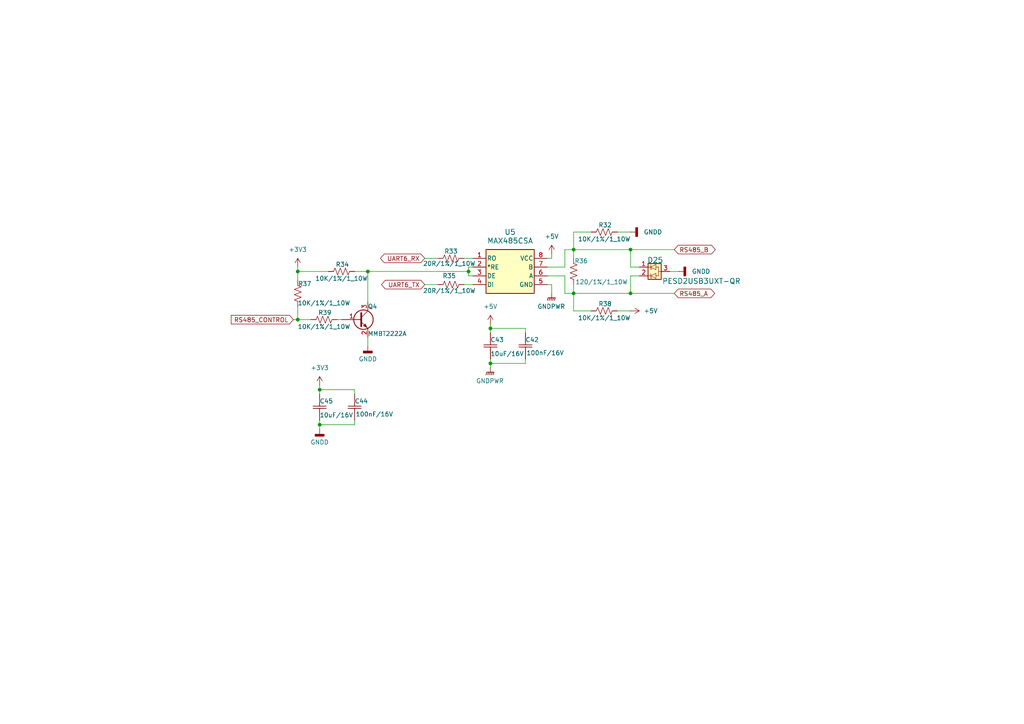
<source format=kicad_sch>
(kicad_sch (version 20231120) (generator "eeschema") (generator_version "8.0")
  (paper "A4")
  (title_block (title "SIGNAL") (date "2024-09-04"))
  (lib_symbols
    (symbol "Ceramic_Cap_SMD_100nF_16V_3" (pin_numbers hide) (pin_names hide)
      (property "Reference" "C" (at 1.016 2.794 0))
      (property "Value" "100nF/16V" (at 0.254 5.334 0))
      (symbol "Ceramic_Cap_SMD_100nF_16V_3_1_1"
        (polyline (pts (xy 1.27 0) (xy 2.2098 0)) (stroke (width 0.2032)))
        (polyline (pts (xy 2.2098 -1.905) (xy 2.2098 1.905)) (stroke (width 0.2032)))
        (polyline (pts (xy 2.8448 -1.905) (xy 2.8448 1.905)) (stroke (width 0.2032)))
        (polyline (pts (xy 2.8448 0) (xy 3.81 0)) (stroke (width 0.2032)))
        (pin unspecified line (at -1.27 0 0) (length 2.54) (name "") (number "1"))
        (pin unspecified line (at 6.35 0 180) (length 2.54) (name "") (number "2"))
      )
    )
    (symbol "Ceramic_Cap_SMD_10uF_16V_2" (pin_numbers hide) (pin_names hide)
      (property "Reference" "C" (at 2.286 2.794 0))
      (property "Value" "10uF/16V" (at 0.254 5.334 0))
      (symbol "Ceramic_Cap_SMD_10uF_16V_2_1_1"
        (polyline (pts (xy 2.54 0) (xy 3.4798 0)) (stroke (width 0.2032)))
        (polyline (pts (xy 3.4798 -1.905) (xy 3.4798 1.905)) (stroke (width 0.2032)))
        (polyline (pts (xy 4.1148 -1.905) (xy 4.1148 1.905)) (stroke (width 0.2032)))
        (polyline (pts (xy 4.1148 0) (xy 5.08 0)) (stroke (width 0.2032)))
        (pin unspecified line (at 0 0 0) (length 2.54) (name "") (number "1"))
        (pin unspecified line (at 7.62 0 180) (length 2.54) (name "") (number "2"))
      )
    )
    (symbol "Res_20R_0603_1%_3" (pin_numbers hide) (pin_names hide)
      (property "Reference" "R" (at 3.302 3.556 0))
      (property "Value" "20R/1%/1_10W" (at 3.81 -2.54 0))
      (symbol "Res_20R_0603_1%_3_0_1"
        (polyline (pts (xy 1.524 0) (xy 1.27 0)))
        (polyline (pts (xy 6.096 0) (xy 6.35 0)))
        (polyline (pts (xy 1.524 0) (xy 1.905 1.016) (xy 2.286 0) (xy 2.667 -1.016) (xy 3.048 0)))
        (polyline (pts (xy 3.048 0) (xy 3.429 1.016) (xy 3.81 0) (xy 4.191 -1.016) (xy 4.572 0)))
        (polyline (pts (xy 4.572 0) (xy 4.953 1.016) (xy 5.334 0) (xy 5.715 -1.016) (xy 6.096 0)))
      )
      (symbol "Res_20R_0603_1%_3_1_1"
        (pin passive line (at 0 0 0) (length 1.27) (name "~") (number "1"))
        (pin passive line (at 7.62 0 180) (length 1.27) (name "~") (number "2"))
      )
    )
    (symbol "charge_battery_sym_lib:MAX485CSA" (pin_names (offset 0.254))
      (property "Reference" "U" (at 6.35 16.51 0))
      (property "Value" "MAX485CSA" (at 6.35 13.97 0))
      (symbol "MAX485CSA_0_1"
        (pin output line (at -3.81 10.16 0) (length 3.81) (name "RO") (number "1"))
        (pin input line (at -3.81 7.62 0) (length 3.81) (name "*RE") (number "2"))
        (pin input line (at -3.81 5.08 0) (length 3.81) (name "DE") (number "3"))
        (pin input line (at -3.81 2.54 0) (length 3.81) (name "DI") (number "4"))
        (pin power_in line (at 17.78 2.54 180) (length 3.81) (name "GND") (number "5"))
        (pin bidirectional line (at 17.78 5.08 180) (length 3.81) (name "A") (number "6"))
        (pin bidirectional line (at 17.78 7.62 180) (length 3.81) (name "B") (number "7"))
        (pin power_in line (at 17.78 10.16 180) (length 3.81) (name "VCC") (number "8"))
      )
      (symbol "MAX485CSA_1_1"
        (rectangle (start 0 12.7) (end 13.97 0) (stroke (width 0.254)) (fill (type background)))
      )
    )
    (symbol "charge_battery_sym_lib:MMBT2222A" (pin_names (offset 0) hide)
      (property "Reference" "Q" (at 5.08 1.905 0))
      (property "Value" "MMBT2222A" (at 5.08 0 0))
      (symbol "MMBT2222A_0_1"
        (polyline (pts (xy 0.635 0.635) (xy 2.54 2.54)))
        (polyline (pts (xy 0.635 -0.635) (xy 2.54 -2.54) (xy 2.54 -2.54)))
        (polyline (pts (xy 0.635 1.905) (xy 0.635 -1.905) (xy 0.635 -1.905)) (stroke (width 0.508)))
        (polyline (pts (xy 1.27 -1.778) (xy 1.778 -1.27) (xy 2.286 -2.286) (xy 1.27 -1.778) (xy 1.27 -1.778)) (fill (type outline)))
        (circle (center 1.27 0) (radius 2.8194) (stroke (width 0.254)))
      )
      (symbol "MMBT2222A_1_1"
        (pin input line (at -5.08 0 0) (length 5.715) (name "B") (number "1"))
        (pin passive line (at 2.54 -5.08 90) (length 2.54) (name "E") (number "2"))
        (pin passive line (at 2.54 5.08 270) (length 2.54) (name "C") (number "3"))
      )
    )
    (symbol "charge_battery_sym_lib:PESD2USB3UXT-QR" (pin_names (offset 0.254))
      (property "Reference" "D" (at 1.524 6.096 0))
      (property "Value" "PESD2USB3UXT-QR" (at 3.048 -2.032 0))
      (symbol "PESD2USB3UXT-QR_0_1"
        (polyline (pts (xy 0 1.27) (xy 0.762 1.27)) (stroke (width 0.127)))
        (polyline (pts (xy 0.762 1.27) (xy 2.286 0.508)) (stroke (width 0.127)))
        (polyline (pts (xy 0.762 3.81) (xy 0 3.81)) (stroke (width 0.127)))
        (polyline (pts (xy 0.762 3.81) (xy 2.286 3.048)) (stroke (width 0.127)))
        (polyline (pts (xy 0.8255 0.635) (xy 0.8255 1.905)) (stroke (width 0.127)))
        (polyline (pts (xy 0.8255 0.635) (xy 1.143 0.635)) (stroke (width 0.127)))
        (polyline (pts (xy 0.8255 3.175) (xy 0.8255 4.445)) (stroke (width 0.127)))
        (polyline (pts (xy 0.8255 3.175) (xy 1.143 3.175)) (stroke (width 0.127)))
        (polyline (pts (xy 2.286 0.508) (xy 2.286 2.032)) (stroke (width 0.127)))
        (polyline (pts (xy 2.286 1.27) (xy 3.048 1.27)) (stroke (width 0.127)))
        (polyline (pts (xy 2.286 2.032) (xy 0.762 1.27)) (stroke (width 0.127)))
        (polyline (pts (xy 2.286 3.048) (xy 2.286 4.572)) (stroke (width 0.127)))
        (polyline (pts (xy 2.286 3.81) (xy 3.048 3.81)) (stroke (width 0.127)))
        (polyline (pts (xy 2.286 4.572) (xy 0.762 3.81)) (stroke (width 0.127)))
        (polyline (pts (xy 3.048 1.27) (xy 3.048 3.81)) (stroke (width 0.127)))
        (polyline (pts (xy 3.048 2.54) (xy 3.81 2.54)) (stroke (width 0.127)))
        (pin unspecified line (at -2.54 3.81 0) (length 2.54) (name "") (number "1"))
        (pin unspecified line (at -2.54 1.27 0) (length 2.54) (name "") (number "2"))
        (pin unspecified line (at 6.35 2.54 180) (length 2.54) (name "") (number "3"))
      )
      (symbol "PESD2USB3UXT-QR_1_1"
        (rectangle (start 0 4.826) (end 3.81 0.254) (stroke (width 0.254)) (fill (type background)))
      )
    )
    (symbol "charge_battery_sym_lib:Res_10K_0603_1%" (pin_numbers hide) (pin_names hide)
      (property "Reference" "R" (at 2.794 3.81 0))
      (property "Value" "10K/1%/1_10W" (at 4.064 -2.54 0))
      (symbol "Res_10K_0603_1%_0_1"
        (polyline (pts (xy 1.524 0) (xy 1.27 0)))
        (polyline (pts (xy 6.096 0) (xy 6.35 0)))
        (polyline (pts (xy 1.524 0) (xy 1.905 1.016) (xy 2.286 0) (xy 2.667 -1.016) (xy 3.048 0)))
        (polyline (pts (xy 3.048 0) (xy 3.429 1.016) (xy 3.81 0) (xy 4.191 -1.016) (xy 4.572 0)))
        (polyline (pts (xy 4.572 0) (xy 4.953 1.016) (xy 5.334 0) (xy 5.715 -1.016) (xy 6.096 0)))
      )
      (symbol "Res_10K_0603_1%_1_1"
        (pin passive line (at 0 0 0) (length 1.27) (name "~") (number "1"))
        (pin passive line (at 7.62 0 180) (length 1.27) (name "~") (number "2"))
      )
    )
    (symbol "charge_battery_sym_lib:Res_120_0603_1%" (pin_numbers hide) (pin_names hide)
      (property "Reference" "R" (at 3.556 2.54 0))
      (property "Value" "120/1%/1_10W" (at 4.064 -2.54 0))
      (symbol "Res_120_0603_1%_0_1"
        (polyline (pts (xy 1.524 0) (xy 1.27 0)))
        (polyline (pts (xy 6.096 0) (xy 6.35 0)))
        (polyline (pts (xy 1.524 0) (xy 1.905 1.016) (xy 2.286 0) (xy 2.667 -1.016) (xy 3.048 0)))
        (polyline (pts (xy 3.048 0) (xy 3.429 1.016) (xy 3.81 0) (xy 4.191 -1.016) (xy 4.572 0)))
        (polyline (pts (xy 4.572 0) (xy 4.953 1.016) (xy 5.334 0) (xy 5.715 -1.016) (xy 6.096 0)))
      )
      (symbol "Res_120_0603_1%_1_1"
        (pin passive line (at 0 0 0) (length 1.27) (name "~") (number "1"))
        (pin passive line (at 7.62 0 180) (length 1.27) (name "~") (number "2"))
      )
    )
    (symbol "power:+3V3" (power) (pin_numbers hide) (pin_names (offset 0) hide)
      (property "Value" "+3V3" (at 0 3.556 0))
      (symbol "+3V3_0_1"
        (polyline (pts (xy -0.762 1.27) (xy 0 2.54)))
        (polyline (pts (xy 0 0) (xy 0 2.54)))
        (polyline (pts (xy 0 2.54) (xy 0.762 1.27)))
      )
      (symbol "+3V3_1_1"
        (pin power_in line (at 0 0 90) (length 0) (name "~") (number "1"))
      )
    )
    (symbol "power:+5V" (power) (pin_numbers hide) (pin_names (offset 0) hide)
      (property "Value" "+5V" (at 0 3.556 0))
      (symbol "+5V_0_1"
        (polyline (pts (xy -0.762 1.27) (xy 0 2.54)))
        (polyline (pts (xy 0 0) (xy 0 2.54)))
        (polyline (pts (xy 0 2.54) (xy 0.762 1.27)))
      )
      (symbol "+5V_1_1"
        (pin power_in line (at 0 0 90) (length 0) (name "~") (number "1"))
      )
    )
    (symbol "power:GNDD" (power) (pin_numbers hide) (pin_names (offset 0) hide)
      (property "Value" "GNDD" (at 0 -3.175 0))
      (symbol "GNDD_0_1"
        (rectangle (start -1.27 -1.524) (end 1.27 -2.032) (stroke (width 0.254)) (fill (type outline)))
        (polyline (pts (xy 0 0) (xy 0 -1.524)))
      )
      (symbol "GNDD_1_1"
        (pin power_in line (at 0 0 270) (length 0) (name "~") (number "1"))
      )
    )
    (symbol "power:GNDPWR" (power) (pin_numbers hide) (pin_names (offset 0) hide)
      (property "Value" "GNDPWR" (at 0 -3.302 0))
      (symbol "GNDPWR_0_1"
        (polyline (pts (xy 0 -1.27) (xy 0 0)))
        (polyline (pts (xy -1.016 -1.27) (xy -1.27 -2.032) (xy -1.27 -2.032)) (stroke (width 0.2032)))
        (polyline (pts (xy -0.508 -1.27) (xy -0.762 -2.032) (xy -0.762 -2.032)) (stroke (width 0.2032)))
        (polyline (pts (xy 0 -1.27) (xy -0.254 -2.032) (xy -0.254 -2.032)) (stroke (width 0.2032)))
        (polyline (pts (xy 0.508 -1.27) (xy 0.254 -2.032) (xy 0.254 -2.032)) (stroke (width 0.2032)))
        (polyline (pts (xy 1.016 -1.27) (xy -1.016 -1.27) (xy -1.016 -1.27)) (stroke (width 0.2032)))
        (polyline (pts (xy 1.016 -1.27) (xy 0.762 -2.032) (xy 0.762 -2.032) (xy 0.762 -2.032)) (stroke (width 0.2032)))
      )
      (symbol "GNDPWR_1_1"
        (pin power_in line (at 0 0 270) (length 0) (name "~") (number "1"))
      )
    )
  )
  (junction (at 142.24 105.41))
  (junction (at 92.71 113.03))
  (junction (at 106.68 78.74))
  (junction (at 92.71 123.19))
  (junction (at 166.37 72.39))
  (junction (at 182.88 72.39))
  (junction (at 182.88 85.09))
  (junction (at 135.89 78.74))
  (junction (at 142.24 95.25))
  (junction (at 86.36 78.74))
  (junction (at 166.37 85.09))
  (junction (at 86.36 92.71))
  (wire (pts (xy 160.02 74.93) (xy 160.02 73.66)))
  (wire (pts (xy 152.4 105.41) (xy 152.4 104.14)))
  (wire (pts (xy 166.37 67.31) (xy 166.37 72.39)))
  (wire (pts (xy 134.62 74.93) (xy 137.16 74.93)))
  (wire (pts (xy 166.37 72.39) (xy 182.88 72.39)))
  (wire (pts (xy 196.85 78.74) (xy 194.31 78.74)))
  (wire (pts (xy 137.16 80.01) (xy 135.89 80.01)))
  (wire (pts (xy 163.83 72.39) (xy 166.37 72.39)))
  (wire (pts (xy 163.83 77.47) (xy 163.83 72.39)))
  (wire (pts (xy 160.02 74.93) (xy 158.75 74.93)))
  (wire (pts (xy 95.25 78.74) (xy 86.36 78.74)))
  (wire (pts (xy 182.88 80.01) (xy 182.88 85.09)))
  (wire (pts (xy 86.36 81.28) (xy 86.36 78.74)))
  (wire (pts (xy 85.09 92.71) (xy 86.36 92.71)))
  (wire (pts (xy 135.89 77.47) (xy 135.89 78.74)))
  (wire (pts (xy 86.36 77.47) (xy 86.36 78.74)))
  (wire (pts (xy 92.71 121.92) (xy 92.71 123.19)))
  (wire (pts (xy 158.75 77.47) (xy 163.83 77.47)))
  (wire (pts (xy 142.24 104.14) (xy 142.24 105.41)))
  (wire (pts (xy 171.45 90.17) (xy 166.37 90.17)))
  (wire (pts (xy 123.19 74.93) (xy 127 74.93)))
  (wire (pts (xy 92.71 113.03) (xy 102.87 113.03)))
  (wire (pts (xy 86.36 88.9) (xy 86.36 92.71)))
  (wire (pts (xy 102.87 114.3) (xy 102.87 113.03)))
  (wire (pts (xy 182.88 85.09) (xy 195.58 85.09)))
  (wire (pts (xy 97.79 92.71) (xy 99.06 92.71)))
  (wire (pts (xy 134.62 82.55) (xy 137.16 82.55)))
  (wire (pts (xy 182.88 72.39) (xy 182.88 77.47)))
  (wire (pts (xy 92.71 123.19) (xy 102.87 123.19)))
  (wire (pts (xy 185.42 80.01) (xy 182.88 80.01)))
  (wire (pts (xy 142.24 105.41) (xy 152.4 105.41)))
  (wire (pts (xy 106.68 78.74) (xy 135.89 78.74)))
  (wire (pts (xy 160.02 82.55) (xy 158.75 82.55)))
  (wire (pts (xy 182.88 72.39) (xy 195.58 72.39)))
  (wire (pts (xy 182.88 90.17) (xy 179.07 90.17)))
  (wire (pts (xy 102.87 78.74) (xy 106.68 78.74)))
  (wire (pts (xy 92.71 123.19) (xy 92.71 124.46)))
  (wire (pts (xy 92.71 111.76) (xy 92.71 113.03)))
  (wire (pts (xy 102.87 123.19) (xy 102.87 121.92)))
  (wire (pts (xy 160.02 85.09) (xy 160.02 82.55)))
  (wire (pts (xy 106.68 100.33) (xy 106.68 97.79)))
  (wire (pts (xy 135.89 78.74) (xy 135.89 80.01)))
  (wire (pts (xy 92.71 113.03) (xy 92.71 114.3)))
  (wire (pts (xy 166.37 82.55) (xy 166.37 85.09)))
  (wire (pts (xy 142.24 93.98) (xy 142.24 95.25)))
  (wire (pts (xy 142.24 105.41) (xy 142.24 106.68)))
  (wire (pts (xy 142.24 95.25) (xy 152.4 95.25)))
  (wire (pts (xy 166.37 72.39) (xy 166.37 74.93)))
  (wire (pts (xy 166.37 90.17) (xy 166.37 85.09)))
  (wire (pts (xy 86.36 92.71) (xy 90.17 92.71)))
  (wire (pts (xy 166.37 85.09) (xy 182.88 85.09)))
  (wire (pts (xy 182.88 67.31) (xy 179.07 67.31)))
  (wire (pts (xy 185.42 77.47) (xy 182.88 77.47)))
  (wire (pts (xy 171.45 67.31) (xy 166.37 67.31)))
  (wire (pts (xy 163.83 80.01) (xy 158.75 80.01)))
  (wire (pts (xy 163.83 85.09) (xy 163.83 80.01)))
  (wire (pts (xy 123.19 82.55) (xy 127 82.55)))
  (wire (pts (xy 142.24 95.25) (xy 142.24 96.52)))
  (wire (pts (xy 106.68 78.74) (xy 106.68 87.63)))
  (wire (pts (xy 166.37 85.09) (xy 163.83 85.09)))
  (wire (pts (xy 152.4 96.52) (xy 152.4 95.25)))
  (wire (pts (xy 135.89 77.47) (xy 137.16 77.47)))
  (global_label "RS485_B" (shape bidirectional) (at 195.58 72.39 0) (property "Intersheetrefs" "${INTERSHEET_REFS}" (effects (hide yes))))
  (global_label "RS485_A" (shape bidirectional) (at 195.58 85.09 0) (property "Intersheetrefs" "${INTERSHEET_REFS}" (effects (hide yes))))
  (global_label "UART6_TX" (shape bidirectional) (at 123.19 82.55 180) (property "Intersheetrefs" "${INTERSHEET_REFS}" (effects (hide yes))))
  (global_label "UART6_RX" (shape bidirectional) (at 123.19 74.93 180) (property "Intersheetrefs" "${INTERSHEET_REFS}" (effects (hide yes))))
  (global_label "RS485_CONTROL" (shape input) (at 85.09 92.71 180) (property "Intersheetrefs" "${INTERSHEET_REFS}" (effects (hide yes))))
  (symbol (lib_id "power:GNDD") (at 92.71 124.46 0) (unit 1)
    (property "Reference" "#PWR081" (effects (hide yes)))
    (property "Value" "GNDD" (at 92.71 128.27 0))
    (property "Description" "Power symbol creates a global label with name \"GNDD\" , digital ground" (effects (hide yes)))
  )
  (symbol (lib_id "charge_battery_sym_lib:MMBT2222A") (at 104.14 92.71 0) (unit 1)
    (property "Reference" "Q4" (at 106.68 88.9 0) (effects (justify left)))
    (property "Value" "MMBT2222A" (at 106.68 96.774 0) (effects (justify left)))
    (property "Footprint" "charge_battery_footprint_lib:SOT23" (effects (hide yes)))
    (property "Datasheet" "https://assets.nexperia.com/documents/data-sheet/MMBT2222A.pdf" (effects (hide yes)))
    (property "Description" "600mA Ic, 40V Vce, NPN Transistor, SOT-23" (effects (hide yes)))
    (property "Supply name" "Thegioiic" (effects (hide yes)))
    (property "Supply part number" "MMBT2222A 1P Transistor NPN 40V 0.6A 3 Chân SOT-23" (effects (hide yes)))
    (property "Supply URL" "https://www.thegioiic.com/mmbt2222a-1p-transistor-npn-40v-0-6a-3-chan-sot-23" (effects (hide yes)))
  )
  (symbol (lib_id "power:+5V") (at 160.02 73.66 0) (mirror y) (unit 1)
    (property "Reference" "#PWR072" (effects (hide yes)))
    (property "Value" "+5V" (at 160.02 68.58 0))
    (property "Description" "Power symbol creates a global label with name \"+5V\"" (effects (hide yes)))
  )
  (symbol (lib_id "power:+5V") (at 182.88 90.17 270) (mirror x) (unit 1)
    (property "Reference" "#PWR076" (effects (hide yes)))
    (property "Value" "+5V" (at 186.69 90.1699 90) (effects (justify left)))
    (property "Description" "Power symbol creates a global label with name \"+5V\"" (effects (hide yes)))
  )
  (symbol (lib_id "power:GNDD") (at 182.88 67.31 90) (unit 1)
    (property "Reference" "#PWR071" (effects (hide yes)))
    (property "Value" "GNDD" (at 186.69 67.3099 90) (effects (justify right)))
    (property "Description" "Power symbol creates a global label with name \"GNDD\" , digital ground" (effects (hide yes)))
  )
  (symbol (lib_id "power:+5V") (at 142.24 93.98 0) (mirror y) (unit 1)
    (property "Reference" "#PWR077" (effects (hide yes)))
    (property "Value" "+5V" (at 142.24 88.9 0))
    (property "Description" "Power symbol creates a global label with name \"+5V\"" (effects (hide yes)))
  )
  (symbol (lib_name "Ceramic_Cap_SMD_100nF_16V_3") (lib_id "charge_battery_sym_lib:Ceramic_Cap_SMD_100nF_16V") (at 102.87 120.65 90) (unit 1)
    (property "Reference" "C44" (at 102.87 116.332 90) (effects (justify right)))
    (property "Value" "100nF/16V" (at 103.124 120.142 90) (effects (justify right)))
    (property "Footprint" "charge_battery_footprint_lib:Ceramic_Cap_0603" (effects (hide yes)))
    (property "Datasheet" "https://www.mouser.vn/datasheet/2/40/KYOCERA_AutoMLCCKAM-3106308.pdf" (effects (hide yes)))
    (property "Description" "10%, 0603 (1608 Metric)" (effects (hide yes)))
    (property "Supply name" "Thegioiic" (effects (hide yes)))
    (property "Supply part number" "Tụ Gốm 0603 100nF (0.1uF) 16V" (effects (hide yes)))
    (property "Supply URL" "https://www.thegioiic.com/tu-gom-0603-100nf-0-1uf-16v" (effects (hide yes)))
  )
  (symbol (lib_id "charge_battery_sym_lib:Res_10K_0603_1%") (at 171.45 90.17 0) (unit 1)
    (property "Reference" "R38" (at 175.514 88.138 0))
    (property "Value" "10K/1%/1_10W" (at 175.26 92.202 0))
    (property "Footprint" "charge_battery_footprint_lib:Res_0603" (effects (hide yes)))
    (property "Datasheet" "https://fscdn.rohm.com/en/products/databook/datasheet/passive/resistor/chip_resistor/esr-e.pdf" (effects (hide yes)))
    (property "Description" "Res 10 KOhm 0603 1%" (effects (hide yes)))
    (property "Supply name" "Thegioiic" (effects (hide yes)))
    (property "Supply part number" "Điện Trở 10 KOhm 0603 1%" (effects (hide yes)))
    (property "Supply URL" "https://www.thegioiic.com/dien-tro-10-kohm-0603-1-" (effects (hide yes)))
  )
  (symbol (lib_id "charge_battery_sym_lib:Res_10K_0603_1%") (at 90.17 92.71 0) (unit 1)
    (property "Reference" "R39" (at 94.234 90.678 0))
    (property "Value" "10K/1%/1_10W" (at 93.98 94.742 0))
    (property "Footprint" "charge_battery_footprint_lib:Res_0603" (effects (hide yes)))
    (property "Datasheet" "https://fscdn.rohm.com/en/products/databook/datasheet/passive/resistor/chip_resistor/esr-e.pdf" (effects (hide yes)))
    (property "Description" "Res 10 KOhm 0603 1%" (effects (hide yes)))
    (property "Supply name" "Thegioiic" (effects (hide yes)))
    (property "Supply part number" "Điện Trở 10 KOhm 0603 1%" (effects (hide yes)))
    (property "Supply URL" "https://www.thegioiic.com/dien-tro-10-kohm-0603-1-" (effects (hide yes)))
  )
  (symbol (lib_id "power:GNDPWR") (at 160.02 85.09 0) (unit 1)
    (property "Reference" "#PWR075" (effects (hide yes)))
    (property "Value" "GNDPWR" (at 159.893 88.9 0))
    (property "Description" "Power symbol creates a global label with name \"GNDPWR\" , global ground" (effects (hide yes)))
  )
  (symbol (lib_id "power:+3V3") (at 92.71 111.76 0) (mirror y) (unit 1)
    (property "Reference" "#PWR080" (effects (hide yes)))
    (property "Value" "+3V3" (at 92.71 106.68 0))
    (property "Description" "Power symbol creates a global label with name \"+3V3\"" (effects (hide yes)))
  )
  (symbol (lib_id "power:GNDD") (at 106.68 100.33 0) (unit 1)
    (property "Reference" "#PWR078" (effects (hide yes)))
    (property "Value" "GNDD" (at 106.68 104.14 0))
    (property "Description" "Power symbol creates a global label with name \"GNDD\" , digital ground" (effects (hide yes)))
  )
  (symbol (lib_id "charge_battery_sym_lib:Res_10K_0603_1%") (at 86.36 88.9 90) (unit 1)
    (property "Reference" "R37" (at 88.392 82.296 90))
    (property "Value" "10K/1%/1_10W" (at 93.98 87.884 90))
    (property "Footprint" "charge_battery_footprint_lib:Res_0603" (effects (hide yes)))
    (property "Datasheet" "https://fscdn.rohm.com/en/products/databook/datasheet/passive/resistor/chip_resistor/esr-e.pdf" (effects (hide yes)))
    (property "Description" "Res 10 KOhm 0603 1%" (effects (hide yes)))
    (property "Supply name" "Thegioiic" (effects (hide yes)))
    (property "Supply part number" "Điện Trở 10 KOhm 0603 1%" (effects (hide yes)))
    (property "Supply URL" "https://www.thegioiic.com/dien-tro-10-kohm-0603-1-" (effects (hide yes)))
  )
  (symbol (lib_name "Ceramic_Cap_SMD_10uF_16V_2") (lib_id "charge_battery_sym_lib:Ceramic_Cap_SMD_10uF_16V") (at 142.24 104.14 90) (unit 1)
    (property "Reference" "C43" (at 142.24 98.552 90) (effects (justify right)))
    (property "Value" "10uF/16V" (at 142.24 102.616 90) (effects (justify right)))
    (property "Footprint" "charge_battery_footprint_lib:Ceramic_Cap_0603" (effects (hide yes)))
    (property "Datasheet" "https://www.mouser.vn/datasheet/2/40/KYOCERA_AutoMLCCKAM-3106308.pdf" (effects (hide yes)))
    (property "Description" "10%, 0603 (1608 Metric)" (effects (hide yes)))
    (property "Supply name" "Thegioiic" (effects (hide yes)))
    (property "Supply part number" "Tụ Gốm 0603 10uF 16V" (effects (hide yes)))
    (property "Supply URL" "https://www.thegioiic.com/tu-gom-0603-10uf-16v" (effects (hide yes)))
  )
  (symbol (lib_id "charge_battery_sym_lib:Res_10K_0603_1%") (at 95.25 78.74 0) (unit 1)
    (property "Reference" "R34" (at 99.314 76.708 0))
    (property "Value" "10K/1%/1_10W" (at 99.06 80.772 0))
    (property "Footprint" "charge_battery_footprint_lib:Res_0603" (effects (hide yes)))
    (property "Datasheet" "https://fscdn.rohm.com/en/products/databook/datasheet/passive/resistor/chip_resistor/esr-e.pdf" (effects (hide yes)))
    (property "Description" "Res 10 KOhm 0603 1%" (effects (hide yes)))
    (property "Supply name" "Thegioiic" (effects (hide yes)))
    (property "Supply part number" "Điện Trở 10 KOhm 0603 1%" (effects (hide yes)))
    (property "Supply URL" "https://www.thegioiic.com/dien-tro-10-kohm-0603-1-" (effects (hide yes)))
  )
  (symbol (lib_id "power:GNDPWR") (at 142.24 106.68 0) (unit 1)
    (property "Reference" "#PWR079" (effects (hide yes)))
    (property "Value" "GNDPWR" (at 142.113 110.49 0))
    (property "Description" "Power symbol creates a global label with name \"GNDPWR\" , global ground" (effects (hide yes)))
  )
  (symbol (lib_id "charge_battery_sym_lib:Res_10K_0603_1%") (at 171.45 67.31 0) (unit 1)
    (property "Reference" "R32" (at 175.514 65.278 0))
    (property "Value" "10K/1%/1_10W" (at 175.26 69.342 0))
    (property "Footprint" "charge_battery_footprint_lib:Res_0603" (effects (hide yes)))
    (property "Datasheet" "https://fscdn.rohm.com/en/products/databook/datasheet/passive/resistor/chip_resistor/esr-e.pdf" (effects (hide yes)))
    (property "Description" "Res 10 KOhm 0603 1%" (effects (hide yes)))
    (property "Supply name" "Thegioiic" (effects (hide yes)))
    (property "Supply part number" "Điện Trở 10 KOhm 0603 1%" (effects (hide yes)))
    (property "Supply URL" "https://www.thegioiic.com/dien-tro-10-kohm-0603-1-" (effects (hide yes)))
  )
  (symbol (lib_id "charge_battery_sym_lib:MAX485CSA") (at 140.97 85.09 0) (unit 1)
    (property "Reference" "U5" (at 147.955 67.31 0) (effects (font (size 1.524 1.524))))
    (property "Value" "MAX485CSA" (at 147.955 69.85 0) (effects (font (size 1.524 1.524))))
    (property "Footprint" "charge_battery_footprint_lib:SOIC-8" (effects (hide yes)))
    (property "Datasheet" "https://www.analog.com/media/en/technical-documentation/data-sheets/MAX1487-MAX491.pdf" (effects (hide yes)))
    (property "Description" "The MAX485 are low-power transceivers for RS-485 and RS-422 communication" (effects (hide yes)))
    (property "Supply Name" "TME" (effects (hide yes)))
    (property "Supply URL" "http://www.tme.vn/Product.aspx?id=482#page=pro_info" (effects (hide yes)))
    (property "Supply Part Number" "MAX485CSA" (effects (hide yes)))
  )
  (symbol (lib_id "charge_battery_sym_lib:PESD2USB3UXT-QR") (at 187.96 81.28 0) (unit 1)
    (property "Reference" "D25" (at 187.706 75.438 0) (effects (font (size 1.524 1.524)) (justify left)))
    (property "Value" "PESD2USB3UXT-QR" (at 192.024 81.534 0) (effects (font (size 1.524 1.524)) (justify left)))
    (property "Footprint" "charge_battery_footprint_lib:SOT23" (effects (hide yes)))
    (property "Datasheet" "https://www.mouser.vn/datasheet/2/916/PESD2USB3UXT_Q-3435971.pdf" (effects (hide yes)))
    (property "Description" "ESD Protection Diodes / TVS Diodes SOT23 3.3V 4A AUTO ESD PROT" (effects (hide yes)))
    (property "Supply name" "Mouser" (effects (hide yes)))
    (property "Supply part number" "771-PESD2USB3UXT-QR" (effects (hide yes)))
    (property "Supply URL" "https://www.mouser.vn/ProductDetail/Nexperia/PESD2USB3UXT-QR?qs=3Rah4i%252BhyCErbBl4ep9%252BDw%3D%3D" (effects (hide yes)))
  )
  (symbol (lib_name "Ceramic_Cap_SMD_10uF_16V_2") (lib_id "charge_battery_sym_lib:Ceramic_Cap_SMD_10uF_16V") (at 92.71 121.92 90) (unit 1)
    (property "Reference" "C45" (at 92.71 116.332 90) (effects (justify right)))
    (property "Value" "10uF/16V" (at 92.71 120.396 90) (effects (justify right)))
    (property "Footprint" "charge_battery_footprint_lib:Ceramic_Cap_0603" (effects (hide yes)))
    (property "Datasheet" "https://www.mouser.vn/datasheet/2/40/KYOCERA_AutoMLCCKAM-3106308.pdf" (effects (hide yes)))
    (property "Description" "10%, 0603 (1608 Metric)" (effects (hide yes)))
    (property "Supply name" "Thegioiic" (effects (hide yes)))
    (property "Supply part number" "Tụ Gốm 0603 10uF 16V" (effects (hide yes)))
    (property "Supply URL" "https://www.thegioiic.com/tu-gom-0603-10uf-16v" (effects (hide yes)))
  )
  (symbol (lib_id "charge_battery_sym_lib:Res_120_0603_1%") (at 166.37 82.55 90) (unit 1)
    (property "Reference" "R36" (at 166.624 75.692 90) (effects (justify right)))
    (property "Value" "120/1%/1_10W" (at 166.878 81.788 90) (effects (justify right)))
    (property "Footprint" "charge_battery_footprint_lib:Res_0603" (effects (hide yes)))
    (property "Description" "Res 120Ohm 0603 1%" (effects (hide yes)))
    (property "Supply name" "Thegioiic" (effects (hide yes)))
    (property "Supply part number" "Điện Trở 120 Ohm 0603 1%" (effects (hide yes)))
    (property "Supply URL" "https://www.thegioiic.com/dien-tro-120-ohm-0603-1-" (effects (hide yes)))
  )
  (symbol (lib_name "Res_20R_0603_1%_3") (lib_id "charge_battery_sym_lib:Res_20R_0603_1%") (at 127 74.93 0) (unit 1)
    (property "Reference" "R33" (at 130.81 72.898 0))
    (property "Value" "20R/1%/1_10W" (at 130.302 76.454 0))
    (property "Footprint" "charge_battery_footprint_lib:Res_0603" (effects (hide yes)))
    (property "Datasheet" "https://fscdn.rohm.com/en/products/databook/datasheet/passive/resistor/chip_resistor/esr-e.pdf" (effects (hide yes)))
    (property "Description" "Res 20 Ohm 0603 1%" (effects (hide yes)))
    (property "Supply name" "Thegioiic" (effects (hide yes)))
    (property "Supply part number" "Điện Trở 20 Ohm 0603 1%" (effects (hide yes)))
    (property "Supply URL" "https://www.thegioiic.com/dien-tro-20-ohm-0603-1-" (effects (hide yes)))
  )
  (symbol (lib_id "power:+3V3") (at 86.36 77.47 0) (mirror y) (unit 1)
    (property "Reference" "#PWR073" (effects (hide yes)))
    (property "Value" "+3V3" (at 86.36 72.39 0))
    (property "Description" "Power symbol creates a global label with name \"+3V3\"" (effects (hide yes)))
  )
  (symbol (lib_name "Ceramic_Cap_SMD_100nF_16V_3") (lib_id "charge_battery_sym_lib:Ceramic_Cap_SMD_100nF_16V") (at 152.4 102.87 90) (unit 1)
    (property "Reference" "C42" (at 152.4 98.552 90) (effects (justify right)))
    (property "Value" "100nF/16V" (at 152.654 102.362 90) (effects (justify right)))
    (property "Footprint" "charge_battery_footprint_lib:Ceramic_Cap_0603" (effects (hide yes)))
    (property "Datasheet" "https://www.mouser.vn/datasheet/2/40/KYOCERA_AutoMLCCKAM-3106308.pdf" (effects (hide yes)))
    (property "Description" "10%, 0603 (1608 Metric)" (effects (hide yes)))
    (property "Supply name" "Thegioiic" (effects (hide yes)))
    (property "Supply part number" "Tụ Gốm 0603 100nF (0.1uF) 16V" (effects (hide yes)))
    (property "Supply URL" "https://www.thegioiic.com/tu-gom-0603-100nf-0-1uf-16v" (effects (hide yes)))
  )
  (symbol (lib_name "Res_20R_0603_1%_3") (lib_id "charge_battery_sym_lib:Res_20R_0603_1%") (at 127 82.55 0) (unit 1)
    (property "Reference" "R35" (at 130.302 80.01 0))
    (property "Value" "20R/1%/1_10W" (at 130.302 84.328 0))
    (property "Footprint" "charge_battery_footprint_lib:Res_0603" (effects (hide yes)))
    (property "Datasheet" "https://fscdn.rohm.com/en/products/databook/datasheet/passive/resistor/chip_resistor/esr-e.pdf" (effects (hide yes)))
    (property "Description" "Res 20 Ohm 0603 1%" (effects (hide yes)))
    (property "Supply name" "Thegioiic" (effects (hide yes)))
    (property "Supply part number" "Điện Trở 20 Ohm 0603 1%" (effects (hide yes)))
    (property "Supply URL" "https://www.thegioiic.com/dien-tro-20-ohm-0603-1-" (effects (hide yes)))
  )
  (symbol (lib_id "power:GNDD") (at 196.85 78.74 90) (unit 1)
    (property "Reference" "#PWR074" (effects (hide yes)))
    (property "Value" "GNDD" (at 200.66 78.7399 90) (effects (justify right)))
    (property "Description" "Power symbol creates a global label with name \"GNDD\" , digital ground" (effects (hide yes)))
  )
)
</source>
